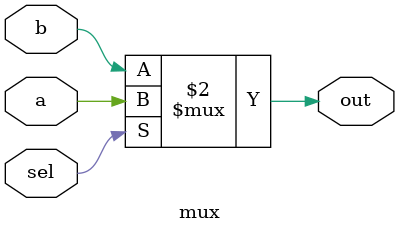
<source format=v>
module puf(testval, control, Q, DIN);
input testval, DIN, control;
output Q;

wire w1, w2;

mux mux2(
	.a(testval),
	.b(DIN),
	.sel(control),
	.out(Q));
	

endmodule


module mux(a, b, sel, out);
	input a, b, sel;
	output out;
	assign out = (sel == 0)? b: a;
endmodule





</source>
